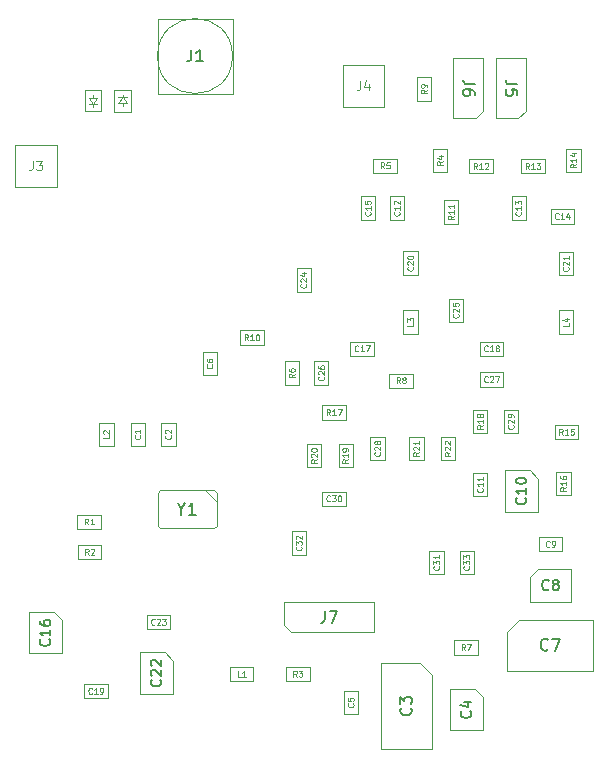
<source format=gbr>
G04 #@! TF.GenerationSoftware,KiCad,Pcbnew,5.0.1-33cea8e~68~ubuntu18.04.1*
G04 #@! TF.CreationDate,2018-11-04T18:35:12+03:00*
G04 #@! TF.ProjectId,AA-PI-Radio-Board,41412D50492D526164696F2D426F6172,rev?*
G04 #@! TF.SameCoordinates,Original*
G04 #@! TF.FileFunction,Other,Fab,Top*
%FSLAX46Y46*%
G04 Gerber Fmt 4.6, Leading zero omitted, Abs format (unit mm)*
G04 Created by KiCad (PCBNEW 5.0.1-33cea8e~68~ubuntu18.04.1) date Sun 04 Nov 2018 18:35:12 MSK*
%MOMM*%
%LPD*%
G01*
G04 APERTURE LIST*
%ADD10C,0.100000*%
%ADD11C,0.080000*%
%ADD12C,0.120000*%
%ADD13C,0.130000*%
%ADD14C,0.150000*%
G04 APERTURE END LIST*
D10*
G04 #@! TO.C,D1*
X111250000Y-83160000D02*
X111250000Y-82910000D01*
X111600000Y-83160000D02*
X111250000Y-83660000D01*
X110900000Y-83160000D02*
X111600000Y-83160000D01*
X111250000Y-83660000D02*
X110900000Y-83160000D01*
X111250000Y-83660000D02*
X111250000Y-83860000D01*
X110900000Y-83660000D02*
X111600000Y-83660000D01*
X111950000Y-84260000D02*
X110550000Y-84260000D01*
X111950000Y-82460000D02*
X111950000Y-84260000D01*
X110550000Y-82460000D02*
X111950000Y-82460000D01*
X110550000Y-84260000D02*
X110550000Y-82460000D01*
G04 #@! TO.C,R16*
X150500000Y-116750000D02*
X150500000Y-114750000D01*
X151700000Y-116750000D02*
X150500000Y-116750000D01*
X151700000Y-114750000D02*
X151700000Y-116750000D01*
X150500000Y-114750000D02*
X151700000Y-114750000D01*
G04 #@! TO.C,C9*
X149000000Y-121500000D02*
X149000000Y-120300000D01*
X149000000Y-120300000D02*
X151000000Y-120300000D01*
X151000000Y-120300000D02*
X151000000Y-121500000D01*
X151000000Y-121500000D02*
X149000000Y-121500000D01*
G04 #@! TO.C,J4*
X132395000Y-83855000D02*
X135905000Y-83855000D01*
X132395000Y-80345000D02*
X135905000Y-80345000D01*
X135905000Y-80345000D02*
X135905000Y-83855000D01*
X132395000Y-80345000D02*
X132395000Y-83855000D01*
G04 #@! TO.C,J3*
X104665000Y-87135000D02*
X104665000Y-90645000D01*
X108175000Y-87135000D02*
X108175000Y-90645000D01*
X104665000Y-87135000D02*
X108175000Y-87135000D01*
X104665000Y-90645000D02*
X108175000Y-90645000D01*
G04 #@! TO.C,C33*
X142300000Y-123450000D02*
X142300000Y-121450000D01*
X143500000Y-123450000D02*
X142300000Y-123450000D01*
X143500000Y-121450000D02*
X143500000Y-123450000D01*
X142300000Y-121450000D02*
X143500000Y-121450000D01*
G04 #@! TO.C,C32*
X128100000Y-119800000D02*
X129300000Y-119800000D01*
X129300000Y-119800000D02*
X129300000Y-121800000D01*
X129300000Y-121800000D02*
X128100000Y-121800000D01*
X128100000Y-121800000D02*
X128100000Y-119800000D01*
G04 #@! TO.C,C22*
X118050000Y-133550000D02*
X118050000Y-130750000D01*
X118050000Y-130750000D02*
X117350000Y-130050000D01*
X117350000Y-130050000D02*
X115250000Y-130050000D01*
X115250000Y-130050000D02*
X115250000Y-133550000D01*
X115250000Y-133550000D02*
X118050000Y-133550000D01*
G04 #@! TO.C,C16*
X105850000Y-130150000D02*
X108650000Y-130150000D01*
X105850000Y-126650000D02*
X105850000Y-130150000D01*
X107950000Y-126650000D02*
X105850000Y-126650000D01*
X108650000Y-127350000D02*
X107950000Y-126650000D01*
X108650000Y-130150000D02*
X108650000Y-127350000D01*
G04 #@! TO.C,C8*
X151750000Y-123000000D02*
X148950000Y-123000000D01*
X148950000Y-123000000D02*
X148250000Y-123700000D01*
X148250000Y-123700000D02*
X148250000Y-125800000D01*
X148250000Y-125800000D02*
X151750000Y-125800000D01*
X151750000Y-125800000D02*
X151750000Y-123000000D01*
G04 #@! TO.C,C4*
X141500000Y-136650000D02*
X144300000Y-136650000D01*
X141500000Y-133150000D02*
X141500000Y-136650000D01*
X143600000Y-133150000D02*
X141500000Y-133150000D01*
X144300000Y-133850000D02*
X143600000Y-133150000D01*
X144300000Y-136650000D02*
X144300000Y-133850000D01*
G04 #@! TO.C,C10*
X148950000Y-118150000D02*
X148950000Y-115350000D01*
X148950000Y-115350000D02*
X148250000Y-114650000D01*
X148250000Y-114650000D02*
X146150000Y-114650000D01*
X146150000Y-114650000D02*
X146150000Y-118150000D01*
X146150000Y-118150000D02*
X148950000Y-118150000D01*
G04 #@! TO.C,C7*
X153600000Y-127300000D02*
X147300000Y-127300000D01*
X147300000Y-127300000D02*
X146300000Y-128300000D01*
X146300000Y-128300000D02*
X146300000Y-131600000D01*
X146300000Y-131600000D02*
X153600000Y-131600000D01*
X153600000Y-131600000D02*
X153600000Y-127300000D01*
G04 #@! TO.C,C13*
X146700000Y-93450000D02*
X146700000Y-91450000D01*
X147900000Y-93450000D02*
X146700000Y-93450000D01*
X147900000Y-91450000D02*
X147900000Y-93450000D01*
X146700000Y-91450000D02*
X147900000Y-91450000D01*
G04 #@! TO.C,C5*
X132500000Y-133300000D02*
X133700000Y-133300000D01*
X133700000Y-133300000D02*
X133700000Y-135300000D01*
X133700000Y-135300000D02*
X132500000Y-135300000D01*
X132500000Y-135300000D02*
X132500000Y-133300000D01*
G04 #@! TO.C,C19*
X110500000Y-132750000D02*
X112500000Y-132750000D01*
X110500000Y-133950000D02*
X110500000Y-132750000D01*
X112500000Y-133950000D02*
X110500000Y-133950000D01*
X112500000Y-132750000D02*
X112500000Y-133950000D01*
G04 #@! TO.C,C29*
X146050000Y-109500000D02*
X147250000Y-109500000D01*
X147250000Y-109500000D02*
X147250000Y-111500000D01*
X147250000Y-111500000D02*
X146050000Y-111500000D01*
X146050000Y-111500000D02*
X146050000Y-109500000D01*
G04 #@! TO.C,C30*
X130650000Y-116450000D02*
X132650000Y-116450000D01*
X130650000Y-117650000D02*
X130650000Y-116450000D01*
X132650000Y-117650000D02*
X130650000Y-117650000D01*
X132650000Y-116450000D02*
X132650000Y-117650000D01*
G04 #@! TO.C,C31*
X140950000Y-123450000D02*
X139750000Y-123450000D01*
X139750000Y-123450000D02*
X139750000Y-121450000D01*
X139750000Y-121450000D02*
X140950000Y-121450000D01*
X140950000Y-121450000D02*
X140950000Y-123450000D01*
G04 #@! TO.C,L4*
X151900000Y-103100000D02*
X150700000Y-103100000D01*
X150700000Y-103100000D02*
X150700000Y-101100000D01*
X150700000Y-101100000D02*
X151900000Y-101100000D01*
X151900000Y-101100000D02*
X151900000Y-103100000D01*
G04 #@! TO.C,R21*
X138050000Y-113800000D02*
X138050000Y-111800000D01*
X139250000Y-113800000D02*
X138050000Y-113800000D01*
X139250000Y-111800000D02*
X139250000Y-113800000D01*
X138050000Y-111800000D02*
X139250000Y-111800000D01*
G04 #@! TO.C,R22*
X140700000Y-111800000D02*
X141900000Y-111800000D01*
X141900000Y-111800000D02*
X141900000Y-113800000D01*
X141900000Y-113800000D02*
X140700000Y-113800000D01*
X140700000Y-113800000D02*
X140700000Y-111800000D01*
G04 #@! TO.C,C1*
X115650000Y-110600000D02*
X115650000Y-112600000D01*
X114450000Y-110600000D02*
X115650000Y-110600000D01*
X114450000Y-112600000D02*
X114450000Y-110600000D01*
X115650000Y-112600000D02*
X114450000Y-112600000D01*
G04 #@! TO.C,C2*
X118250000Y-110600000D02*
X118250000Y-112600000D01*
X117050000Y-110600000D02*
X118250000Y-110600000D01*
X117050000Y-112600000D02*
X117050000Y-110600000D01*
X118250000Y-112600000D02*
X117050000Y-112600000D01*
G04 #@! TO.C,C3*
X139950000Y-138250000D02*
X139950000Y-131950000D01*
X139950000Y-131950000D02*
X138950000Y-130950000D01*
X138950000Y-130950000D02*
X135650000Y-130950000D01*
X135650000Y-130950000D02*
X135650000Y-138250000D01*
X135650000Y-138250000D02*
X139950000Y-138250000D01*
G04 #@! TO.C,C6*
X121750000Y-104600000D02*
X121750000Y-106600000D01*
X120550000Y-104600000D02*
X121750000Y-104600000D01*
X120550000Y-106600000D02*
X120550000Y-104600000D01*
X121750000Y-106600000D02*
X120550000Y-106600000D01*
G04 #@! TO.C,C11*
X143450000Y-114850000D02*
X144650000Y-114850000D01*
X144650000Y-114850000D02*
X144650000Y-116850000D01*
X144650000Y-116850000D02*
X143450000Y-116850000D01*
X143450000Y-116850000D02*
X143450000Y-114850000D01*
G04 #@! TO.C,C12*
X136400000Y-93450000D02*
X136400000Y-91450000D01*
X137600000Y-93450000D02*
X136400000Y-93450000D01*
X137600000Y-91450000D02*
X137600000Y-93450000D01*
X136400000Y-91450000D02*
X137600000Y-91450000D01*
G04 #@! TO.C,C14*
X150000000Y-92550000D02*
X152000000Y-92550000D01*
X150000000Y-93750000D02*
X150000000Y-92550000D01*
X152000000Y-93750000D02*
X150000000Y-93750000D01*
X152000000Y-92550000D02*
X152000000Y-93750000D01*
G04 #@! TO.C,C15*
X135150000Y-93450000D02*
X133950000Y-93450000D01*
X133950000Y-93450000D02*
X133950000Y-91450000D01*
X133950000Y-91450000D02*
X135150000Y-91450000D01*
X135150000Y-91450000D02*
X135150000Y-93450000D01*
G04 #@! TO.C,C17*
X135050000Y-104950000D02*
X133050000Y-104950000D01*
X135050000Y-103750000D02*
X135050000Y-104950000D01*
X133050000Y-103750000D02*
X135050000Y-103750000D01*
X133050000Y-104950000D02*
X133050000Y-103750000D01*
G04 #@! TO.C,C18*
X146000000Y-104950000D02*
X144000000Y-104950000D01*
X146000000Y-103750000D02*
X146000000Y-104950000D01*
X144000000Y-103750000D02*
X146000000Y-103750000D01*
X144000000Y-104950000D02*
X144000000Y-103750000D01*
G04 #@! TO.C,C20*
X138750000Y-98100000D02*
X137550000Y-98100000D01*
X137550000Y-98100000D02*
X137550000Y-96100000D01*
X137550000Y-96100000D02*
X138750000Y-96100000D01*
X138750000Y-96100000D02*
X138750000Y-98100000D01*
G04 #@! TO.C,C21*
X151900000Y-96125000D02*
X151900000Y-98125000D01*
X150700000Y-96125000D02*
X151900000Y-96125000D01*
X150700000Y-98125000D02*
X150700000Y-96125000D01*
X151900000Y-98125000D02*
X150700000Y-98125000D01*
G04 #@! TO.C,C23*
X115800000Y-128100000D02*
X115800000Y-126900000D01*
X115800000Y-126900000D02*
X117800000Y-126900000D01*
X117800000Y-126900000D02*
X117800000Y-128100000D01*
X117800000Y-128100000D02*
X115800000Y-128100000D01*
G04 #@! TO.C,C24*
X128500000Y-97550000D02*
X129700000Y-97550000D01*
X129700000Y-97550000D02*
X129700000Y-99550000D01*
X129700000Y-99550000D02*
X128500000Y-99550000D01*
X128500000Y-99550000D02*
X128500000Y-97550000D01*
G04 #@! TO.C,C25*
X142600000Y-100100000D02*
X142600000Y-102100000D01*
X141400000Y-100100000D02*
X142600000Y-100100000D01*
X141400000Y-102100000D02*
X141400000Y-100100000D01*
X142600000Y-102100000D02*
X141400000Y-102100000D01*
G04 #@! TO.C,C26*
X130000000Y-107400000D02*
X130000000Y-105400000D01*
X131200000Y-107400000D02*
X130000000Y-107400000D01*
X131200000Y-105400000D02*
X131200000Y-107400000D01*
X130000000Y-105400000D02*
X131200000Y-105400000D01*
G04 #@! TO.C,C27*
X146000000Y-106350000D02*
X146000000Y-107550000D01*
X146000000Y-107550000D02*
X144000000Y-107550000D01*
X144000000Y-107550000D02*
X144000000Y-106350000D01*
X144000000Y-106350000D02*
X146000000Y-106350000D01*
G04 #@! TO.C,C28*
X134750000Y-111800000D02*
X135950000Y-111800000D01*
X135950000Y-111800000D02*
X135950000Y-113800000D01*
X135950000Y-113800000D02*
X134750000Y-113800000D01*
X134750000Y-113800000D02*
X134750000Y-111800000D01*
G04 #@! TO.C,D2*
X114470000Y-82470000D02*
X114470000Y-84270000D01*
X114470000Y-84270000D02*
X113070000Y-84270000D01*
X113070000Y-84270000D02*
X113070000Y-82470000D01*
X113070000Y-82470000D02*
X114470000Y-82470000D01*
X114120000Y-83070000D02*
X113420000Y-83070000D01*
X113770000Y-83070000D02*
X113770000Y-82870000D01*
X113770000Y-83070000D02*
X114120000Y-83570000D01*
X114120000Y-83570000D02*
X113420000Y-83570000D01*
X113420000Y-83570000D02*
X113770000Y-83070000D01*
X113770000Y-83570000D02*
X113770000Y-83820000D01*
G04 #@! TO.C,J1*
X123075000Y-79570000D02*
G75*
G03X123075000Y-79570000I-3175000J0D01*
G01*
X116725000Y-76395000D02*
X123075000Y-76395000D01*
X116725000Y-76395000D02*
X116725000Y-82745000D01*
X116725000Y-82745000D02*
X123075000Y-82745000D01*
X123075000Y-76395000D02*
X123075000Y-82745000D01*
G04 #@! TO.C,J5*
X147285000Y-84820000D02*
X145380000Y-84820000D01*
X145380000Y-84820000D02*
X145380000Y-79740000D01*
X145380000Y-79740000D02*
X147920000Y-79740000D01*
X147920000Y-79740000D02*
X147920000Y-84185000D01*
X147920000Y-84185000D02*
X147285000Y-84820000D01*
G04 #@! TO.C,J6*
X144320000Y-84185000D02*
X143685000Y-84820000D01*
X144320000Y-79740000D02*
X144320000Y-84185000D01*
X141780000Y-79740000D02*
X144320000Y-79740000D01*
X141780000Y-84820000D02*
X141780000Y-79740000D01*
X143685000Y-84820000D02*
X141780000Y-84820000D01*
G04 #@! TO.C,J7*
X127430000Y-127735000D02*
X127430000Y-125830000D01*
X127430000Y-125830000D02*
X135050000Y-125830000D01*
X135050000Y-125830000D02*
X135050000Y-128370000D01*
X135050000Y-128370000D02*
X128065000Y-128370000D01*
X128065000Y-128370000D02*
X127430000Y-127735000D01*
G04 #@! TO.C,L1*
X122850000Y-132500000D02*
X122850000Y-131300000D01*
X122850000Y-131300000D02*
X124850000Y-131300000D01*
X124850000Y-131300000D02*
X124850000Y-132500000D01*
X124850000Y-132500000D02*
X122850000Y-132500000D01*
G04 #@! TO.C,L2*
X111800000Y-110600000D02*
X113000000Y-110600000D01*
X113000000Y-110600000D02*
X113000000Y-112600000D01*
X113000000Y-112600000D02*
X111800000Y-112600000D01*
X111800000Y-112600000D02*
X111800000Y-110600000D01*
G04 #@! TO.C,L3*
X138750000Y-101100000D02*
X138750000Y-103100000D01*
X137550000Y-101100000D02*
X138750000Y-101100000D01*
X137550000Y-103100000D02*
X137550000Y-101100000D01*
X138750000Y-103100000D02*
X137550000Y-103100000D01*
G04 #@! TO.C,R1*
X109950000Y-118400000D02*
X111950000Y-118400000D01*
X109950000Y-119600000D02*
X109950000Y-118400000D01*
X111950000Y-119600000D02*
X109950000Y-119600000D01*
X111950000Y-118400000D02*
X111950000Y-119600000D01*
G04 #@! TO.C,R2*
X111975000Y-120950000D02*
X111975000Y-122150000D01*
X111975000Y-122150000D02*
X109975000Y-122150000D01*
X109975000Y-122150000D02*
X109975000Y-120950000D01*
X109975000Y-120950000D02*
X111975000Y-120950000D01*
G04 #@! TO.C,R3*
X127600000Y-132500000D02*
X127600000Y-131300000D01*
X127600000Y-131300000D02*
X129600000Y-131300000D01*
X129600000Y-131300000D02*
X129600000Y-132500000D01*
X129600000Y-132500000D02*
X127600000Y-132500000D01*
G04 #@! TO.C,R4*
X141250000Y-89400000D02*
X140050000Y-89400000D01*
X140050000Y-89400000D02*
X140050000Y-87400000D01*
X140050000Y-87400000D02*
X141250000Y-87400000D01*
X141250000Y-87400000D02*
X141250000Y-89400000D01*
G04 #@! TO.C,R5*
X135000000Y-88250000D02*
X137000000Y-88250000D01*
X135000000Y-89450000D02*
X135000000Y-88250000D01*
X137000000Y-89450000D02*
X135000000Y-89450000D01*
X137000000Y-88250000D02*
X137000000Y-89450000D01*
G04 #@! TO.C,R6*
X127500000Y-105400000D02*
X128700000Y-105400000D01*
X128700000Y-105400000D02*
X128700000Y-107400000D01*
X128700000Y-107400000D02*
X127500000Y-107400000D01*
X127500000Y-107400000D02*
X127500000Y-105400000D01*
G04 #@! TO.C,R7*
X143850000Y-130250000D02*
X141850000Y-130250000D01*
X143850000Y-129050000D02*
X143850000Y-130250000D01*
X141850000Y-129050000D02*
X143850000Y-129050000D01*
X141850000Y-130250000D02*
X141850000Y-129050000D01*
G04 #@! TO.C,R8*
X136350000Y-107650000D02*
X136350000Y-106450000D01*
X136350000Y-106450000D02*
X138350000Y-106450000D01*
X138350000Y-106450000D02*
X138350000Y-107650000D01*
X138350000Y-107650000D02*
X136350000Y-107650000D01*
G04 #@! TO.C,R9*
X138700000Y-83350000D02*
X138700000Y-81350000D01*
X139900000Y-83350000D02*
X138700000Y-83350000D01*
X139900000Y-81350000D02*
X139900000Y-83350000D01*
X138700000Y-81350000D02*
X139900000Y-81350000D01*
G04 #@! TO.C,R10*
X125700000Y-104000000D02*
X123700000Y-104000000D01*
X125700000Y-102800000D02*
X125700000Y-104000000D01*
X123700000Y-102800000D02*
X125700000Y-102800000D01*
X123700000Y-104000000D02*
X123700000Y-102800000D01*
G04 #@! TO.C,R11*
X142200000Y-93775000D02*
X141000000Y-93775000D01*
X141000000Y-93775000D02*
X141000000Y-91775000D01*
X141000000Y-91775000D02*
X142200000Y-91775000D01*
X142200000Y-91775000D02*
X142200000Y-93775000D01*
G04 #@! TO.C,R12*
X145100000Y-89500000D02*
X143100000Y-89500000D01*
X145100000Y-88300000D02*
X145100000Y-89500000D01*
X143100000Y-88300000D02*
X145100000Y-88300000D01*
X143100000Y-89500000D02*
X143100000Y-88300000D01*
G04 #@! TO.C,R13*
X147500000Y-89500000D02*
X147500000Y-88300000D01*
X147500000Y-88300000D02*
X149500000Y-88300000D01*
X149500000Y-88300000D02*
X149500000Y-89500000D01*
X149500000Y-89500000D02*
X147500000Y-89500000D01*
G04 #@! TO.C,R14*
X151350000Y-89400000D02*
X151350000Y-87400000D01*
X152550000Y-89400000D02*
X151350000Y-89400000D01*
X152550000Y-87400000D02*
X152550000Y-89400000D01*
X151350000Y-87400000D02*
X152550000Y-87400000D01*
G04 #@! TO.C,R15*
X152350000Y-110800000D02*
X152350000Y-112000000D01*
X152350000Y-112000000D02*
X150350000Y-112000000D01*
X150350000Y-112000000D02*
X150350000Y-110800000D01*
X150350000Y-110800000D02*
X152350000Y-110800000D01*
G04 #@! TO.C,R17*
X130650000Y-110350000D02*
X130650000Y-109150000D01*
X130650000Y-109150000D02*
X132650000Y-109150000D01*
X132650000Y-109150000D02*
X132650000Y-110350000D01*
X132650000Y-110350000D02*
X130650000Y-110350000D01*
G04 #@! TO.C,R18*
X143450000Y-111500000D02*
X143450000Y-109500000D01*
X144650000Y-111500000D02*
X143450000Y-111500000D01*
X144650000Y-109500000D02*
X144650000Y-111500000D01*
X143450000Y-109500000D02*
X144650000Y-109500000D01*
G04 #@! TO.C,R19*
X132050000Y-112400000D02*
X133250000Y-112400000D01*
X133250000Y-112400000D02*
X133250000Y-114400000D01*
X133250000Y-114400000D02*
X132050000Y-114400000D01*
X132050000Y-114400000D02*
X132050000Y-112400000D01*
G04 #@! TO.C,R20*
X129400000Y-114400000D02*
X129400000Y-112400000D01*
X130600000Y-114400000D02*
X129400000Y-114400000D01*
X130600000Y-112400000D02*
X130600000Y-114400000D01*
X129400000Y-112400000D02*
X130600000Y-112400000D01*
G04 #@! TO.C,Y1*
X121530000Y-119540000D02*
X116930000Y-119540000D01*
X116930000Y-119540000D02*
X116730000Y-119340000D01*
X116730000Y-119340000D02*
X116730000Y-116540000D01*
X116730000Y-116540000D02*
X116930000Y-116340000D01*
X116930000Y-116340000D02*
X121530000Y-116340000D01*
X121530000Y-116340000D02*
X121730000Y-116540000D01*
X121730000Y-116540000D02*
X121730000Y-119340000D01*
X121730000Y-119340000D02*
X121530000Y-119540000D01*
X121730000Y-117340000D02*
X120730000Y-116340000D01*
G04 #@! TD*
G04 #@! TO.C,R16*
D11*
X151326190Y-116071428D02*
X151088095Y-116238095D01*
X151326190Y-116357142D02*
X150826190Y-116357142D01*
X150826190Y-116166666D01*
X150850000Y-116119047D01*
X150873809Y-116095238D01*
X150921428Y-116071428D01*
X150992857Y-116071428D01*
X151040476Y-116095238D01*
X151064285Y-116119047D01*
X151088095Y-116166666D01*
X151088095Y-116357142D01*
X151326190Y-115595238D02*
X151326190Y-115880952D01*
X151326190Y-115738095D02*
X150826190Y-115738095D01*
X150897619Y-115785714D01*
X150945238Y-115833333D01*
X150969047Y-115880952D01*
X150826190Y-115166666D02*
X150826190Y-115261904D01*
X150850000Y-115309523D01*
X150873809Y-115333333D01*
X150945238Y-115380952D01*
X151040476Y-115404761D01*
X151230952Y-115404761D01*
X151278571Y-115380952D01*
X151302380Y-115357142D01*
X151326190Y-115309523D01*
X151326190Y-115214285D01*
X151302380Y-115166666D01*
X151278571Y-115142857D01*
X151230952Y-115119047D01*
X151111904Y-115119047D01*
X151064285Y-115142857D01*
X151040476Y-115166666D01*
X151016666Y-115214285D01*
X151016666Y-115309523D01*
X151040476Y-115357142D01*
X151064285Y-115380952D01*
X151111904Y-115404761D01*
G04 #@! TO.C,C9*
X149916666Y-121078571D02*
X149892857Y-121102380D01*
X149821428Y-121126190D01*
X149773809Y-121126190D01*
X149702380Y-121102380D01*
X149654761Y-121054761D01*
X149630952Y-121007142D01*
X149607142Y-120911904D01*
X149607142Y-120840476D01*
X149630952Y-120745238D01*
X149654761Y-120697619D01*
X149702380Y-120650000D01*
X149773809Y-120626190D01*
X149821428Y-120626190D01*
X149892857Y-120650000D01*
X149916666Y-120673809D01*
X150154761Y-121126190D02*
X150250000Y-121126190D01*
X150297619Y-121102380D01*
X150321428Y-121078571D01*
X150369047Y-121007142D01*
X150392857Y-120911904D01*
X150392857Y-120721428D01*
X150369047Y-120673809D01*
X150345238Y-120650000D01*
X150297619Y-120626190D01*
X150202380Y-120626190D01*
X150154761Y-120650000D01*
X150130952Y-120673809D01*
X150107142Y-120721428D01*
X150107142Y-120840476D01*
X150130952Y-120888095D01*
X150154761Y-120911904D01*
X150202380Y-120935714D01*
X150297619Y-120935714D01*
X150345238Y-120911904D01*
X150369047Y-120888095D01*
X150392857Y-120840476D01*
G04 #@! TO.C,J4*
D12*
X133883333Y-81661904D02*
X133883333Y-82233333D01*
X133845238Y-82347619D01*
X133769047Y-82423809D01*
X133654761Y-82461904D01*
X133578571Y-82461904D01*
X134607142Y-81928571D02*
X134607142Y-82461904D01*
X134416666Y-81623809D02*
X134226190Y-82195238D01*
X134721428Y-82195238D01*
G04 #@! TO.C,J3*
X106153333Y-88451904D02*
X106153333Y-89023333D01*
X106115238Y-89137619D01*
X106039047Y-89213809D01*
X105924761Y-89251904D01*
X105848571Y-89251904D01*
X106458095Y-88451904D02*
X106953333Y-88451904D01*
X106686666Y-88756666D01*
X106800952Y-88756666D01*
X106877142Y-88794761D01*
X106915238Y-88832857D01*
X106953333Y-88909047D01*
X106953333Y-89099523D01*
X106915238Y-89175714D01*
X106877142Y-89213809D01*
X106800952Y-89251904D01*
X106572380Y-89251904D01*
X106496190Y-89213809D01*
X106458095Y-89175714D01*
G04 #@! TO.C,C33*
D11*
X143078571Y-122771428D02*
X143102380Y-122795238D01*
X143126190Y-122866666D01*
X143126190Y-122914285D01*
X143102380Y-122985714D01*
X143054761Y-123033333D01*
X143007142Y-123057142D01*
X142911904Y-123080952D01*
X142840476Y-123080952D01*
X142745238Y-123057142D01*
X142697619Y-123033333D01*
X142650000Y-122985714D01*
X142626190Y-122914285D01*
X142626190Y-122866666D01*
X142650000Y-122795238D01*
X142673809Y-122771428D01*
X142626190Y-122604761D02*
X142626190Y-122295238D01*
X142816666Y-122461904D01*
X142816666Y-122390476D01*
X142840476Y-122342857D01*
X142864285Y-122319047D01*
X142911904Y-122295238D01*
X143030952Y-122295238D01*
X143078571Y-122319047D01*
X143102380Y-122342857D01*
X143126190Y-122390476D01*
X143126190Y-122533333D01*
X143102380Y-122580952D01*
X143078571Y-122604761D01*
X142626190Y-122128571D02*
X142626190Y-121819047D01*
X142816666Y-121985714D01*
X142816666Y-121914285D01*
X142840476Y-121866666D01*
X142864285Y-121842857D01*
X142911904Y-121819047D01*
X143030952Y-121819047D01*
X143078571Y-121842857D01*
X143102380Y-121866666D01*
X143126190Y-121914285D01*
X143126190Y-122057142D01*
X143102380Y-122104761D01*
X143078571Y-122128571D01*
G04 #@! TO.C,C32*
X128878571Y-121121428D02*
X128902380Y-121145238D01*
X128926190Y-121216666D01*
X128926190Y-121264285D01*
X128902380Y-121335714D01*
X128854761Y-121383333D01*
X128807142Y-121407142D01*
X128711904Y-121430952D01*
X128640476Y-121430952D01*
X128545238Y-121407142D01*
X128497619Y-121383333D01*
X128450000Y-121335714D01*
X128426190Y-121264285D01*
X128426190Y-121216666D01*
X128450000Y-121145238D01*
X128473809Y-121121428D01*
X128426190Y-120954761D02*
X128426190Y-120645238D01*
X128616666Y-120811904D01*
X128616666Y-120740476D01*
X128640476Y-120692857D01*
X128664285Y-120669047D01*
X128711904Y-120645238D01*
X128830952Y-120645238D01*
X128878571Y-120669047D01*
X128902380Y-120692857D01*
X128926190Y-120740476D01*
X128926190Y-120883333D01*
X128902380Y-120930952D01*
X128878571Y-120954761D01*
X128473809Y-120454761D02*
X128450000Y-120430952D01*
X128426190Y-120383333D01*
X128426190Y-120264285D01*
X128450000Y-120216666D01*
X128473809Y-120192857D01*
X128521428Y-120169047D01*
X128569047Y-120169047D01*
X128640476Y-120192857D01*
X128926190Y-120478571D01*
X128926190Y-120169047D01*
G04 #@! TO.C,C22*
D13*
X116964285Y-132365714D02*
X117006190Y-132407619D01*
X117048095Y-132533333D01*
X117048095Y-132617142D01*
X117006190Y-132742857D01*
X116922380Y-132826666D01*
X116838571Y-132868571D01*
X116670952Y-132910476D01*
X116545238Y-132910476D01*
X116377619Y-132868571D01*
X116293809Y-132826666D01*
X116210000Y-132742857D01*
X116168095Y-132617142D01*
X116168095Y-132533333D01*
X116210000Y-132407619D01*
X116251904Y-132365714D01*
X116251904Y-132030476D02*
X116210000Y-131988571D01*
X116168095Y-131904761D01*
X116168095Y-131695238D01*
X116210000Y-131611428D01*
X116251904Y-131569523D01*
X116335714Y-131527619D01*
X116419523Y-131527619D01*
X116545238Y-131569523D01*
X117048095Y-132072380D01*
X117048095Y-131527619D01*
X116251904Y-131192380D02*
X116210000Y-131150476D01*
X116168095Y-131066666D01*
X116168095Y-130857142D01*
X116210000Y-130773333D01*
X116251904Y-130731428D01*
X116335714Y-130689523D01*
X116419523Y-130689523D01*
X116545238Y-130731428D01*
X117048095Y-131234285D01*
X117048095Y-130689523D01*
G04 #@! TO.C,C16*
X107564285Y-128965714D02*
X107606190Y-129007619D01*
X107648095Y-129133333D01*
X107648095Y-129217142D01*
X107606190Y-129342857D01*
X107522380Y-129426666D01*
X107438571Y-129468571D01*
X107270952Y-129510476D01*
X107145238Y-129510476D01*
X106977619Y-129468571D01*
X106893809Y-129426666D01*
X106810000Y-129342857D01*
X106768095Y-129217142D01*
X106768095Y-129133333D01*
X106810000Y-129007619D01*
X106851904Y-128965714D01*
X107648095Y-128127619D02*
X107648095Y-128630476D01*
X107648095Y-128379047D02*
X106768095Y-128379047D01*
X106893809Y-128462857D01*
X106977619Y-128546666D01*
X107019523Y-128630476D01*
X106768095Y-127373333D02*
X106768095Y-127540952D01*
X106810000Y-127624761D01*
X106851904Y-127666666D01*
X106977619Y-127750476D01*
X107145238Y-127792380D01*
X107480476Y-127792380D01*
X107564285Y-127750476D01*
X107606190Y-127708571D01*
X107648095Y-127624761D01*
X107648095Y-127457142D01*
X107606190Y-127373333D01*
X107564285Y-127331428D01*
X107480476Y-127289523D01*
X107270952Y-127289523D01*
X107187142Y-127331428D01*
X107145238Y-127373333D01*
X107103333Y-127457142D01*
X107103333Y-127624761D01*
X107145238Y-127708571D01*
X107187142Y-127750476D01*
X107270952Y-127792380D01*
G04 #@! TO.C,C8*
X149853333Y-124714285D02*
X149811428Y-124756190D01*
X149685714Y-124798095D01*
X149601904Y-124798095D01*
X149476190Y-124756190D01*
X149392380Y-124672380D01*
X149350476Y-124588571D01*
X149308571Y-124420952D01*
X149308571Y-124295238D01*
X149350476Y-124127619D01*
X149392380Y-124043809D01*
X149476190Y-123960000D01*
X149601904Y-123918095D01*
X149685714Y-123918095D01*
X149811428Y-123960000D01*
X149853333Y-124001904D01*
X150356190Y-124295238D02*
X150272380Y-124253333D01*
X150230476Y-124211428D01*
X150188571Y-124127619D01*
X150188571Y-124085714D01*
X150230476Y-124001904D01*
X150272380Y-123960000D01*
X150356190Y-123918095D01*
X150523809Y-123918095D01*
X150607619Y-123960000D01*
X150649523Y-124001904D01*
X150691428Y-124085714D01*
X150691428Y-124127619D01*
X150649523Y-124211428D01*
X150607619Y-124253333D01*
X150523809Y-124295238D01*
X150356190Y-124295238D01*
X150272380Y-124337142D01*
X150230476Y-124379047D01*
X150188571Y-124462857D01*
X150188571Y-124630476D01*
X150230476Y-124714285D01*
X150272380Y-124756190D01*
X150356190Y-124798095D01*
X150523809Y-124798095D01*
X150607619Y-124756190D01*
X150649523Y-124714285D01*
X150691428Y-124630476D01*
X150691428Y-124462857D01*
X150649523Y-124379047D01*
X150607619Y-124337142D01*
X150523809Y-124295238D01*
G04 #@! TO.C,C4*
X143214285Y-135046666D02*
X143256190Y-135088571D01*
X143298095Y-135214285D01*
X143298095Y-135298095D01*
X143256190Y-135423809D01*
X143172380Y-135507619D01*
X143088571Y-135549523D01*
X142920952Y-135591428D01*
X142795238Y-135591428D01*
X142627619Y-135549523D01*
X142543809Y-135507619D01*
X142460000Y-135423809D01*
X142418095Y-135298095D01*
X142418095Y-135214285D01*
X142460000Y-135088571D01*
X142501904Y-135046666D01*
X142711428Y-134292380D02*
X143298095Y-134292380D01*
X142376190Y-134501904D02*
X143004761Y-134711428D01*
X143004761Y-134166666D01*
G04 #@! TO.C,C10*
X147864285Y-116965714D02*
X147906190Y-117007619D01*
X147948095Y-117133333D01*
X147948095Y-117217142D01*
X147906190Y-117342857D01*
X147822380Y-117426666D01*
X147738571Y-117468571D01*
X147570952Y-117510476D01*
X147445238Y-117510476D01*
X147277619Y-117468571D01*
X147193809Y-117426666D01*
X147110000Y-117342857D01*
X147068095Y-117217142D01*
X147068095Y-117133333D01*
X147110000Y-117007619D01*
X147151904Y-116965714D01*
X147948095Y-116127619D02*
X147948095Y-116630476D01*
X147948095Y-116379047D02*
X147068095Y-116379047D01*
X147193809Y-116462857D01*
X147277619Y-116546666D01*
X147319523Y-116630476D01*
X147068095Y-115582857D02*
X147068095Y-115499047D01*
X147110000Y-115415238D01*
X147151904Y-115373333D01*
X147235714Y-115331428D01*
X147403333Y-115289523D01*
X147612857Y-115289523D01*
X147780476Y-115331428D01*
X147864285Y-115373333D01*
X147906190Y-115415238D01*
X147948095Y-115499047D01*
X147948095Y-115582857D01*
X147906190Y-115666666D01*
X147864285Y-115708571D01*
X147780476Y-115750476D01*
X147612857Y-115792380D01*
X147403333Y-115792380D01*
X147235714Y-115750476D01*
X147151904Y-115708571D01*
X147110000Y-115666666D01*
X147068095Y-115582857D01*
G04 #@! TO.C,C7*
D14*
X149783333Y-129807142D02*
X149735714Y-129854761D01*
X149592857Y-129902380D01*
X149497619Y-129902380D01*
X149354761Y-129854761D01*
X149259523Y-129759523D01*
X149211904Y-129664285D01*
X149164285Y-129473809D01*
X149164285Y-129330952D01*
X149211904Y-129140476D01*
X149259523Y-129045238D01*
X149354761Y-128950000D01*
X149497619Y-128902380D01*
X149592857Y-128902380D01*
X149735714Y-128950000D01*
X149783333Y-128997619D01*
X150116666Y-128902380D02*
X150783333Y-128902380D01*
X150354761Y-129902380D01*
G04 #@! TO.C,C13*
D11*
X147478571Y-92771428D02*
X147502380Y-92795238D01*
X147526190Y-92866666D01*
X147526190Y-92914285D01*
X147502380Y-92985714D01*
X147454761Y-93033333D01*
X147407142Y-93057142D01*
X147311904Y-93080952D01*
X147240476Y-93080952D01*
X147145238Y-93057142D01*
X147097619Y-93033333D01*
X147050000Y-92985714D01*
X147026190Y-92914285D01*
X147026190Y-92866666D01*
X147050000Y-92795238D01*
X147073809Y-92771428D01*
X147526190Y-92295238D02*
X147526190Y-92580952D01*
X147526190Y-92438095D02*
X147026190Y-92438095D01*
X147097619Y-92485714D01*
X147145238Y-92533333D01*
X147169047Y-92580952D01*
X147026190Y-92128571D02*
X147026190Y-91819047D01*
X147216666Y-91985714D01*
X147216666Y-91914285D01*
X147240476Y-91866666D01*
X147264285Y-91842857D01*
X147311904Y-91819047D01*
X147430952Y-91819047D01*
X147478571Y-91842857D01*
X147502380Y-91866666D01*
X147526190Y-91914285D01*
X147526190Y-92057142D01*
X147502380Y-92104761D01*
X147478571Y-92128571D01*
G04 #@! TO.C,C5*
X133278571Y-134383333D02*
X133302380Y-134407142D01*
X133326190Y-134478571D01*
X133326190Y-134526190D01*
X133302380Y-134597619D01*
X133254761Y-134645238D01*
X133207142Y-134669047D01*
X133111904Y-134692857D01*
X133040476Y-134692857D01*
X132945238Y-134669047D01*
X132897619Y-134645238D01*
X132850000Y-134597619D01*
X132826190Y-134526190D01*
X132826190Y-134478571D01*
X132850000Y-134407142D01*
X132873809Y-134383333D01*
X132826190Y-133930952D02*
X132826190Y-134169047D01*
X133064285Y-134192857D01*
X133040476Y-134169047D01*
X133016666Y-134121428D01*
X133016666Y-134002380D01*
X133040476Y-133954761D01*
X133064285Y-133930952D01*
X133111904Y-133907142D01*
X133230952Y-133907142D01*
X133278571Y-133930952D01*
X133302380Y-133954761D01*
X133326190Y-134002380D01*
X133326190Y-134121428D01*
X133302380Y-134169047D01*
X133278571Y-134192857D01*
G04 #@! TO.C,C19*
X111178571Y-133528571D02*
X111154761Y-133552380D01*
X111083333Y-133576190D01*
X111035714Y-133576190D01*
X110964285Y-133552380D01*
X110916666Y-133504761D01*
X110892857Y-133457142D01*
X110869047Y-133361904D01*
X110869047Y-133290476D01*
X110892857Y-133195238D01*
X110916666Y-133147619D01*
X110964285Y-133100000D01*
X111035714Y-133076190D01*
X111083333Y-133076190D01*
X111154761Y-133100000D01*
X111178571Y-133123809D01*
X111654761Y-133576190D02*
X111369047Y-133576190D01*
X111511904Y-133576190D02*
X111511904Y-133076190D01*
X111464285Y-133147619D01*
X111416666Y-133195238D01*
X111369047Y-133219047D01*
X111892857Y-133576190D02*
X111988095Y-133576190D01*
X112035714Y-133552380D01*
X112059523Y-133528571D01*
X112107142Y-133457142D01*
X112130952Y-133361904D01*
X112130952Y-133171428D01*
X112107142Y-133123809D01*
X112083333Y-133100000D01*
X112035714Y-133076190D01*
X111940476Y-133076190D01*
X111892857Y-133100000D01*
X111869047Y-133123809D01*
X111845238Y-133171428D01*
X111845238Y-133290476D01*
X111869047Y-133338095D01*
X111892857Y-133361904D01*
X111940476Y-133385714D01*
X112035714Y-133385714D01*
X112083333Y-133361904D01*
X112107142Y-133338095D01*
X112130952Y-133290476D01*
G04 #@! TO.C,C29*
X146828571Y-110821428D02*
X146852380Y-110845238D01*
X146876190Y-110916666D01*
X146876190Y-110964285D01*
X146852380Y-111035714D01*
X146804761Y-111083333D01*
X146757142Y-111107142D01*
X146661904Y-111130952D01*
X146590476Y-111130952D01*
X146495238Y-111107142D01*
X146447619Y-111083333D01*
X146400000Y-111035714D01*
X146376190Y-110964285D01*
X146376190Y-110916666D01*
X146400000Y-110845238D01*
X146423809Y-110821428D01*
X146423809Y-110630952D02*
X146400000Y-110607142D01*
X146376190Y-110559523D01*
X146376190Y-110440476D01*
X146400000Y-110392857D01*
X146423809Y-110369047D01*
X146471428Y-110345238D01*
X146519047Y-110345238D01*
X146590476Y-110369047D01*
X146876190Y-110654761D01*
X146876190Y-110345238D01*
X146876190Y-110107142D02*
X146876190Y-110011904D01*
X146852380Y-109964285D01*
X146828571Y-109940476D01*
X146757142Y-109892857D01*
X146661904Y-109869047D01*
X146471428Y-109869047D01*
X146423809Y-109892857D01*
X146400000Y-109916666D01*
X146376190Y-109964285D01*
X146376190Y-110059523D01*
X146400000Y-110107142D01*
X146423809Y-110130952D01*
X146471428Y-110154761D01*
X146590476Y-110154761D01*
X146638095Y-110130952D01*
X146661904Y-110107142D01*
X146685714Y-110059523D01*
X146685714Y-109964285D01*
X146661904Y-109916666D01*
X146638095Y-109892857D01*
X146590476Y-109869047D01*
G04 #@! TO.C,C30*
X131328571Y-117228571D02*
X131304761Y-117252380D01*
X131233333Y-117276190D01*
X131185714Y-117276190D01*
X131114285Y-117252380D01*
X131066666Y-117204761D01*
X131042857Y-117157142D01*
X131019047Y-117061904D01*
X131019047Y-116990476D01*
X131042857Y-116895238D01*
X131066666Y-116847619D01*
X131114285Y-116800000D01*
X131185714Y-116776190D01*
X131233333Y-116776190D01*
X131304761Y-116800000D01*
X131328571Y-116823809D01*
X131495238Y-116776190D02*
X131804761Y-116776190D01*
X131638095Y-116966666D01*
X131709523Y-116966666D01*
X131757142Y-116990476D01*
X131780952Y-117014285D01*
X131804761Y-117061904D01*
X131804761Y-117180952D01*
X131780952Y-117228571D01*
X131757142Y-117252380D01*
X131709523Y-117276190D01*
X131566666Y-117276190D01*
X131519047Y-117252380D01*
X131495238Y-117228571D01*
X132114285Y-116776190D02*
X132161904Y-116776190D01*
X132209523Y-116800000D01*
X132233333Y-116823809D01*
X132257142Y-116871428D01*
X132280952Y-116966666D01*
X132280952Y-117085714D01*
X132257142Y-117180952D01*
X132233333Y-117228571D01*
X132209523Y-117252380D01*
X132161904Y-117276190D01*
X132114285Y-117276190D01*
X132066666Y-117252380D01*
X132042857Y-117228571D01*
X132019047Y-117180952D01*
X131995238Y-117085714D01*
X131995238Y-116966666D01*
X132019047Y-116871428D01*
X132042857Y-116823809D01*
X132066666Y-116800000D01*
X132114285Y-116776190D01*
G04 #@! TO.C,C31*
X140528571Y-122771428D02*
X140552380Y-122795238D01*
X140576190Y-122866666D01*
X140576190Y-122914285D01*
X140552380Y-122985714D01*
X140504761Y-123033333D01*
X140457142Y-123057142D01*
X140361904Y-123080952D01*
X140290476Y-123080952D01*
X140195238Y-123057142D01*
X140147619Y-123033333D01*
X140100000Y-122985714D01*
X140076190Y-122914285D01*
X140076190Y-122866666D01*
X140100000Y-122795238D01*
X140123809Y-122771428D01*
X140076190Y-122604761D02*
X140076190Y-122295238D01*
X140266666Y-122461904D01*
X140266666Y-122390476D01*
X140290476Y-122342857D01*
X140314285Y-122319047D01*
X140361904Y-122295238D01*
X140480952Y-122295238D01*
X140528571Y-122319047D01*
X140552380Y-122342857D01*
X140576190Y-122390476D01*
X140576190Y-122533333D01*
X140552380Y-122580952D01*
X140528571Y-122604761D01*
X140576190Y-121819047D02*
X140576190Y-122104761D01*
X140576190Y-121961904D02*
X140076190Y-121961904D01*
X140147619Y-122009523D01*
X140195238Y-122057142D01*
X140219047Y-122104761D01*
G04 #@! TO.C,L4*
X151526190Y-102183333D02*
X151526190Y-102421428D01*
X151026190Y-102421428D01*
X151192857Y-101802380D02*
X151526190Y-101802380D01*
X151002380Y-101921428D02*
X151359523Y-102040476D01*
X151359523Y-101730952D01*
G04 #@! TO.C,R21*
X138876190Y-113121428D02*
X138638095Y-113288095D01*
X138876190Y-113407142D02*
X138376190Y-113407142D01*
X138376190Y-113216666D01*
X138400000Y-113169047D01*
X138423809Y-113145238D01*
X138471428Y-113121428D01*
X138542857Y-113121428D01*
X138590476Y-113145238D01*
X138614285Y-113169047D01*
X138638095Y-113216666D01*
X138638095Y-113407142D01*
X138423809Y-112930952D02*
X138400000Y-112907142D01*
X138376190Y-112859523D01*
X138376190Y-112740476D01*
X138400000Y-112692857D01*
X138423809Y-112669047D01*
X138471428Y-112645238D01*
X138519047Y-112645238D01*
X138590476Y-112669047D01*
X138876190Y-112954761D01*
X138876190Y-112645238D01*
X138876190Y-112169047D02*
X138876190Y-112454761D01*
X138876190Y-112311904D02*
X138376190Y-112311904D01*
X138447619Y-112359523D01*
X138495238Y-112407142D01*
X138519047Y-112454761D01*
G04 #@! TO.C,R22*
X141526190Y-113121428D02*
X141288095Y-113288095D01*
X141526190Y-113407142D02*
X141026190Y-113407142D01*
X141026190Y-113216666D01*
X141050000Y-113169047D01*
X141073809Y-113145238D01*
X141121428Y-113121428D01*
X141192857Y-113121428D01*
X141240476Y-113145238D01*
X141264285Y-113169047D01*
X141288095Y-113216666D01*
X141288095Y-113407142D01*
X141073809Y-112930952D02*
X141050000Y-112907142D01*
X141026190Y-112859523D01*
X141026190Y-112740476D01*
X141050000Y-112692857D01*
X141073809Y-112669047D01*
X141121428Y-112645238D01*
X141169047Y-112645238D01*
X141240476Y-112669047D01*
X141526190Y-112954761D01*
X141526190Y-112645238D01*
X141073809Y-112454761D02*
X141050000Y-112430952D01*
X141026190Y-112383333D01*
X141026190Y-112264285D01*
X141050000Y-112216666D01*
X141073809Y-112192857D01*
X141121428Y-112169047D01*
X141169047Y-112169047D01*
X141240476Y-112192857D01*
X141526190Y-112478571D01*
X141526190Y-112169047D01*
G04 #@! TO.C,C1*
X115228571Y-111683333D02*
X115252380Y-111707142D01*
X115276190Y-111778571D01*
X115276190Y-111826190D01*
X115252380Y-111897619D01*
X115204761Y-111945238D01*
X115157142Y-111969047D01*
X115061904Y-111992857D01*
X114990476Y-111992857D01*
X114895238Y-111969047D01*
X114847619Y-111945238D01*
X114800000Y-111897619D01*
X114776190Y-111826190D01*
X114776190Y-111778571D01*
X114800000Y-111707142D01*
X114823809Y-111683333D01*
X115276190Y-111207142D02*
X115276190Y-111492857D01*
X115276190Y-111350000D02*
X114776190Y-111350000D01*
X114847619Y-111397619D01*
X114895238Y-111445238D01*
X114919047Y-111492857D01*
G04 #@! TO.C,C2*
X117828571Y-111683333D02*
X117852380Y-111707142D01*
X117876190Y-111778571D01*
X117876190Y-111826190D01*
X117852380Y-111897619D01*
X117804761Y-111945238D01*
X117757142Y-111969047D01*
X117661904Y-111992857D01*
X117590476Y-111992857D01*
X117495238Y-111969047D01*
X117447619Y-111945238D01*
X117400000Y-111897619D01*
X117376190Y-111826190D01*
X117376190Y-111778571D01*
X117400000Y-111707142D01*
X117423809Y-111683333D01*
X117423809Y-111492857D02*
X117400000Y-111469047D01*
X117376190Y-111421428D01*
X117376190Y-111302380D01*
X117400000Y-111254761D01*
X117423809Y-111230952D01*
X117471428Y-111207142D01*
X117519047Y-111207142D01*
X117590476Y-111230952D01*
X117876190Y-111516666D01*
X117876190Y-111207142D01*
G04 #@! TO.C,C3*
D14*
X138157142Y-134766666D02*
X138204761Y-134814285D01*
X138252380Y-134957142D01*
X138252380Y-135052380D01*
X138204761Y-135195238D01*
X138109523Y-135290476D01*
X138014285Y-135338095D01*
X137823809Y-135385714D01*
X137680952Y-135385714D01*
X137490476Y-135338095D01*
X137395238Y-135290476D01*
X137300000Y-135195238D01*
X137252380Y-135052380D01*
X137252380Y-134957142D01*
X137300000Y-134814285D01*
X137347619Y-134766666D01*
X137252380Y-134433333D02*
X137252380Y-133814285D01*
X137633333Y-134147619D01*
X137633333Y-134004761D01*
X137680952Y-133909523D01*
X137728571Y-133861904D01*
X137823809Y-133814285D01*
X138061904Y-133814285D01*
X138157142Y-133861904D01*
X138204761Y-133909523D01*
X138252380Y-134004761D01*
X138252380Y-134290476D01*
X138204761Y-134385714D01*
X138157142Y-134433333D01*
G04 #@! TO.C,C6*
D11*
X121328571Y-105683333D02*
X121352380Y-105707142D01*
X121376190Y-105778571D01*
X121376190Y-105826190D01*
X121352380Y-105897619D01*
X121304761Y-105945238D01*
X121257142Y-105969047D01*
X121161904Y-105992857D01*
X121090476Y-105992857D01*
X120995238Y-105969047D01*
X120947619Y-105945238D01*
X120900000Y-105897619D01*
X120876190Y-105826190D01*
X120876190Y-105778571D01*
X120900000Y-105707142D01*
X120923809Y-105683333D01*
X120876190Y-105254761D02*
X120876190Y-105350000D01*
X120900000Y-105397619D01*
X120923809Y-105421428D01*
X120995238Y-105469047D01*
X121090476Y-105492857D01*
X121280952Y-105492857D01*
X121328571Y-105469047D01*
X121352380Y-105445238D01*
X121376190Y-105397619D01*
X121376190Y-105302380D01*
X121352380Y-105254761D01*
X121328571Y-105230952D01*
X121280952Y-105207142D01*
X121161904Y-105207142D01*
X121114285Y-105230952D01*
X121090476Y-105254761D01*
X121066666Y-105302380D01*
X121066666Y-105397619D01*
X121090476Y-105445238D01*
X121114285Y-105469047D01*
X121161904Y-105492857D01*
G04 #@! TO.C,C11*
X144228571Y-116171428D02*
X144252380Y-116195238D01*
X144276190Y-116266666D01*
X144276190Y-116314285D01*
X144252380Y-116385714D01*
X144204761Y-116433333D01*
X144157142Y-116457142D01*
X144061904Y-116480952D01*
X143990476Y-116480952D01*
X143895238Y-116457142D01*
X143847619Y-116433333D01*
X143800000Y-116385714D01*
X143776190Y-116314285D01*
X143776190Y-116266666D01*
X143800000Y-116195238D01*
X143823809Y-116171428D01*
X144276190Y-115695238D02*
X144276190Y-115980952D01*
X144276190Y-115838095D02*
X143776190Y-115838095D01*
X143847619Y-115885714D01*
X143895238Y-115933333D01*
X143919047Y-115980952D01*
X144276190Y-115219047D02*
X144276190Y-115504761D01*
X144276190Y-115361904D02*
X143776190Y-115361904D01*
X143847619Y-115409523D01*
X143895238Y-115457142D01*
X143919047Y-115504761D01*
G04 #@! TO.C,C12*
X137178571Y-92771428D02*
X137202380Y-92795238D01*
X137226190Y-92866666D01*
X137226190Y-92914285D01*
X137202380Y-92985714D01*
X137154761Y-93033333D01*
X137107142Y-93057142D01*
X137011904Y-93080952D01*
X136940476Y-93080952D01*
X136845238Y-93057142D01*
X136797619Y-93033333D01*
X136750000Y-92985714D01*
X136726190Y-92914285D01*
X136726190Y-92866666D01*
X136750000Y-92795238D01*
X136773809Y-92771428D01*
X137226190Y-92295238D02*
X137226190Y-92580952D01*
X137226190Y-92438095D02*
X136726190Y-92438095D01*
X136797619Y-92485714D01*
X136845238Y-92533333D01*
X136869047Y-92580952D01*
X136773809Y-92104761D02*
X136750000Y-92080952D01*
X136726190Y-92033333D01*
X136726190Y-91914285D01*
X136750000Y-91866666D01*
X136773809Y-91842857D01*
X136821428Y-91819047D01*
X136869047Y-91819047D01*
X136940476Y-91842857D01*
X137226190Y-92128571D01*
X137226190Y-91819047D01*
G04 #@! TO.C,C14*
X150678571Y-93328571D02*
X150654761Y-93352380D01*
X150583333Y-93376190D01*
X150535714Y-93376190D01*
X150464285Y-93352380D01*
X150416666Y-93304761D01*
X150392857Y-93257142D01*
X150369047Y-93161904D01*
X150369047Y-93090476D01*
X150392857Y-92995238D01*
X150416666Y-92947619D01*
X150464285Y-92900000D01*
X150535714Y-92876190D01*
X150583333Y-92876190D01*
X150654761Y-92900000D01*
X150678571Y-92923809D01*
X151154761Y-93376190D02*
X150869047Y-93376190D01*
X151011904Y-93376190D02*
X151011904Y-92876190D01*
X150964285Y-92947619D01*
X150916666Y-92995238D01*
X150869047Y-93019047D01*
X151583333Y-93042857D02*
X151583333Y-93376190D01*
X151464285Y-92852380D02*
X151345238Y-93209523D01*
X151654761Y-93209523D01*
G04 #@! TO.C,C15*
X134728571Y-92771428D02*
X134752380Y-92795238D01*
X134776190Y-92866666D01*
X134776190Y-92914285D01*
X134752380Y-92985714D01*
X134704761Y-93033333D01*
X134657142Y-93057142D01*
X134561904Y-93080952D01*
X134490476Y-93080952D01*
X134395238Y-93057142D01*
X134347619Y-93033333D01*
X134300000Y-92985714D01*
X134276190Y-92914285D01*
X134276190Y-92866666D01*
X134300000Y-92795238D01*
X134323809Y-92771428D01*
X134776190Y-92295238D02*
X134776190Y-92580952D01*
X134776190Y-92438095D02*
X134276190Y-92438095D01*
X134347619Y-92485714D01*
X134395238Y-92533333D01*
X134419047Y-92580952D01*
X134276190Y-91842857D02*
X134276190Y-92080952D01*
X134514285Y-92104761D01*
X134490476Y-92080952D01*
X134466666Y-92033333D01*
X134466666Y-91914285D01*
X134490476Y-91866666D01*
X134514285Y-91842857D01*
X134561904Y-91819047D01*
X134680952Y-91819047D01*
X134728571Y-91842857D01*
X134752380Y-91866666D01*
X134776190Y-91914285D01*
X134776190Y-92033333D01*
X134752380Y-92080952D01*
X134728571Y-92104761D01*
G04 #@! TO.C,C17*
X133728571Y-104528571D02*
X133704761Y-104552380D01*
X133633333Y-104576190D01*
X133585714Y-104576190D01*
X133514285Y-104552380D01*
X133466666Y-104504761D01*
X133442857Y-104457142D01*
X133419047Y-104361904D01*
X133419047Y-104290476D01*
X133442857Y-104195238D01*
X133466666Y-104147619D01*
X133514285Y-104100000D01*
X133585714Y-104076190D01*
X133633333Y-104076190D01*
X133704761Y-104100000D01*
X133728571Y-104123809D01*
X134204761Y-104576190D02*
X133919047Y-104576190D01*
X134061904Y-104576190D02*
X134061904Y-104076190D01*
X134014285Y-104147619D01*
X133966666Y-104195238D01*
X133919047Y-104219047D01*
X134371428Y-104076190D02*
X134704761Y-104076190D01*
X134490476Y-104576190D01*
G04 #@! TO.C,C18*
X144678571Y-104528571D02*
X144654761Y-104552380D01*
X144583333Y-104576190D01*
X144535714Y-104576190D01*
X144464285Y-104552380D01*
X144416666Y-104504761D01*
X144392857Y-104457142D01*
X144369047Y-104361904D01*
X144369047Y-104290476D01*
X144392857Y-104195238D01*
X144416666Y-104147619D01*
X144464285Y-104100000D01*
X144535714Y-104076190D01*
X144583333Y-104076190D01*
X144654761Y-104100000D01*
X144678571Y-104123809D01*
X145154761Y-104576190D02*
X144869047Y-104576190D01*
X145011904Y-104576190D02*
X145011904Y-104076190D01*
X144964285Y-104147619D01*
X144916666Y-104195238D01*
X144869047Y-104219047D01*
X145440476Y-104290476D02*
X145392857Y-104266666D01*
X145369047Y-104242857D01*
X145345238Y-104195238D01*
X145345238Y-104171428D01*
X145369047Y-104123809D01*
X145392857Y-104100000D01*
X145440476Y-104076190D01*
X145535714Y-104076190D01*
X145583333Y-104100000D01*
X145607142Y-104123809D01*
X145630952Y-104171428D01*
X145630952Y-104195238D01*
X145607142Y-104242857D01*
X145583333Y-104266666D01*
X145535714Y-104290476D01*
X145440476Y-104290476D01*
X145392857Y-104314285D01*
X145369047Y-104338095D01*
X145345238Y-104385714D01*
X145345238Y-104480952D01*
X145369047Y-104528571D01*
X145392857Y-104552380D01*
X145440476Y-104576190D01*
X145535714Y-104576190D01*
X145583333Y-104552380D01*
X145607142Y-104528571D01*
X145630952Y-104480952D01*
X145630952Y-104385714D01*
X145607142Y-104338095D01*
X145583333Y-104314285D01*
X145535714Y-104290476D01*
G04 #@! TO.C,C20*
X138328571Y-97421428D02*
X138352380Y-97445238D01*
X138376190Y-97516666D01*
X138376190Y-97564285D01*
X138352380Y-97635714D01*
X138304761Y-97683333D01*
X138257142Y-97707142D01*
X138161904Y-97730952D01*
X138090476Y-97730952D01*
X137995238Y-97707142D01*
X137947619Y-97683333D01*
X137900000Y-97635714D01*
X137876190Y-97564285D01*
X137876190Y-97516666D01*
X137900000Y-97445238D01*
X137923809Y-97421428D01*
X137923809Y-97230952D02*
X137900000Y-97207142D01*
X137876190Y-97159523D01*
X137876190Y-97040476D01*
X137900000Y-96992857D01*
X137923809Y-96969047D01*
X137971428Y-96945238D01*
X138019047Y-96945238D01*
X138090476Y-96969047D01*
X138376190Y-97254761D01*
X138376190Y-96945238D01*
X137876190Y-96635714D02*
X137876190Y-96588095D01*
X137900000Y-96540476D01*
X137923809Y-96516666D01*
X137971428Y-96492857D01*
X138066666Y-96469047D01*
X138185714Y-96469047D01*
X138280952Y-96492857D01*
X138328571Y-96516666D01*
X138352380Y-96540476D01*
X138376190Y-96588095D01*
X138376190Y-96635714D01*
X138352380Y-96683333D01*
X138328571Y-96707142D01*
X138280952Y-96730952D01*
X138185714Y-96754761D01*
X138066666Y-96754761D01*
X137971428Y-96730952D01*
X137923809Y-96707142D01*
X137900000Y-96683333D01*
X137876190Y-96635714D01*
G04 #@! TO.C,C21*
X151478571Y-97446428D02*
X151502380Y-97470238D01*
X151526190Y-97541666D01*
X151526190Y-97589285D01*
X151502380Y-97660714D01*
X151454761Y-97708333D01*
X151407142Y-97732142D01*
X151311904Y-97755952D01*
X151240476Y-97755952D01*
X151145238Y-97732142D01*
X151097619Y-97708333D01*
X151050000Y-97660714D01*
X151026190Y-97589285D01*
X151026190Y-97541666D01*
X151050000Y-97470238D01*
X151073809Y-97446428D01*
X151073809Y-97255952D02*
X151050000Y-97232142D01*
X151026190Y-97184523D01*
X151026190Y-97065476D01*
X151050000Y-97017857D01*
X151073809Y-96994047D01*
X151121428Y-96970238D01*
X151169047Y-96970238D01*
X151240476Y-96994047D01*
X151526190Y-97279761D01*
X151526190Y-96970238D01*
X151526190Y-96494047D02*
X151526190Y-96779761D01*
X151526190Y-96636904D02*
X151026190Y-96636904D01*
X151097619Y-96684523D01*
X151145238Y-96732142D01*
X151169047Y-96779761D01*
G04 #@! TO.C,C23*
X116478571Y-127678571D02*
X116454761Y-127702380D01*
X116383333Y-127726190D01*
X116335714Y-127726190D01*
X116264285Y-127702380D01*
X116216666Y-127654761D01*
X116192857Y-127607142D01*
X116169047Y-127511904D01*
X116169047Y-127440476D01*
X116192857Y-127345238D01*
X116216666Y-127297619D01*
X116264285Y-127250000D01*
X116335714Y-127226190D01*
X116383333Y-127226190D01*
X116454761Y-127250000D01*
X116478571Y-127273809D01*
X116669047Y-127273809D02*
X116692857Y-127250000D01*
X116740476Y-127226190D01*
X116859523Y-127226190D01*
X116907142Y-127250000D01*
X116930952Y-127273809D01*
X116954761Y-127321428D01*
X116954761Y-127369047D01*
X116930952Y-127440476D01*
X116645238Y-127726190D01*
X116954761Y-127726190D01*
X117121428Y-127226190D02*
X117430952Y-127226190D01*
X117264285Y-127416666D01*
X117335714Y-127416666D01*
X117383333Y-127440476D01*
X117407142Y-127464285D01*
X117430952Y-127511904D01*
X117430952Y-127630952D01*
X117407142Y-127678571D01*
X117383333Y-127702380D01*
X117335714Y-127726190D01*
X117192857Y-127726190D01*
X117145238Y-127702380D01*
X117121428Y-127678571D01*
G04 #@! TO.C,C24*
X129278571Y-98871428D02*
X129302380Y-98895238D01*
X129326190Y-98966666D01*
X129326190Y-99014285D01*
X129302380Y-99085714D01*
X129254761Y-99133333D01*
X129207142Y-99157142D01*
X129111904Y-99180952D01*
X129040476Y-99180952D01*
X128945238Y-99157142D01*
X128897619Y-99133333D01*
X128850000Y-99085714D01*
X128826190Y-99014285D01*
X128826190Y-98966666D01*
X128850000Y-98895238D01*
X128873809Y-98871428D01*
X128873809Y-98680952D02*
X128850000Y-98657142D01*
X128826190Y-98609523D01*
X128826190Y-98490476D01*
X128850000Y-98442857D01*
X128873809Y-98419047D01*
X128921428Y-98395238D01*
X128969047Y-98395238D01*
X129040476Y-98419047D01*
X129326190Y-98704761D01*
X129326190Y-98395238D01*
X128992857Y-97966666D02*
X129326190Y-97966666D01*
X128802380Y-98085714D02*
X129159523Y-98204761D01*
X129159523Y-97895238D01*
G04 #@! TO.C,C25*
X142178571Y-101421428D02*
X142202380Y-101445238D01*
X142226190Y-101516666D01*
X142226190Y-101564285D01*
X142202380Y-101635714D01*
X142154761Y-101683333D01*
X142107142Y-101707142D01*
X142011904Y-101730952D01*
X141940476Y-101730952D01*
X141845238Y-101707142D01*
X141797619Y-101683333D01*
X141750000Y-101635714D01*
X141726190Y-101564285D01*
X141726190Y-101516666D01*
X141750000Y-101445238D01*
X141773809Y-101421428D01*
X141773809Y-101230952D02*
X141750000Y-101207142D01*
X141726190Y-101159523D01*
X141726190Y-101040476D01*
X141750000Y-100992857D01*
X141773809Y-100969047D01*
X141821428Y-100945238D01*
X141869047Y-100945238D01*
X141940476Y-100969047D01*
X142226190Y-101254761D01*
X142226190Y-100945238D01*
X141726190Y-100492857D02*
X141726190Y-100730952D01*
X141964285Y-100754761D01*
X141940476Y-100730952D01*
X141916666Y-100683333D01*
X141916666Y-100564285D01*
X141940476Y-100516666D01*
X141964285Y-100492857D01*
X142011904Y-100469047D01*
X142130952Y-100469047D01*
X142178571Y-100492857D01*
X142202380Y-100516666D01*
X142226190Y-100564285D01*
X142226190Y-100683333D01*
X142202380Y-100730952D01*
X142178571Y-100754761D01*
G04 #@! TO.C,C26*
X130778571Y-106721428D02*
X130802380Y-106745238D01*
X130826190Y-106816666D01*
X130826190Y-106864285D01*
X130802380Y-106935714D01*
X130754761Y-106983333D01*
X130707142Y-107007142D01*
X130611904Y-107030952D01*
X130540476Y-107030952D01*
X130445238Y-107007142D01*
X130397619Y-106983333D01*
X130350000Y-106935714D01*
X130326190Y-106864285D01*
X130326190Y-106816666D01*
X130350000Y-106745238D01*
X130373809Y-106721428D01*
X130373809Y-106530952D02*
X130350000Y-106507142D01*
X130326190Y-106459523D01*
X130326190Y-106340476D01*
X130350000Y-106292857D01*
X130373809Y-106269047D01*
X130421428Y-106245238D01*
X130469047Y-106245238D01*
X130540476Y-106269047D01*
X130826190Y-106554761D01*
X130826190Y-106245238D01*
X130326190Y-105816666D02*
X130326190Y-105911904D01*
X130350000Y-105959523D01*
X130373809Y-105983333D01*
X130445238Y-106030952D01*
X130540476Y-106054761D01*
X130730952Y-106054761D01*
X130778571Y-106030952D01*
X130802380Y-106007142D01*
X130826190Y-105959523D01*
X130826190Y-105864285D01*
X130802380Y-105816666D01*
X130778571Y-105792857D01*
X130730952Y-105769047D01*
X130611904Y-105769047D01*
X130564285Y-105792857D01*
X130540476Y-105816666D01*
X130516666Y-105864285D01*
X130516666Y-105959523D01*
X130540476Y-106007142D01*
X130564285Y-106030952D01*
X130611904Y-106054761D01*
G04 #@! TO.C,C27*
X144678571Y-107128571D02*
X144654761Y-107152380D01*
X144583333Y-107176190D01*
X144535714Y-107176190D01*
X144464285Y-107152380D01*
X144416666Y-107104761D01*
X144392857Y-107057142D01*
X144369047Y-106961904D01*
X144369047Y-106890476D01*
X144392857Y-106795238D01*
X144416666Y-106747619D01*
X144464285Y-106700000D01*
X144535714Y-106676190D01*
X144583333Y-106676190D01*
X144654761Y-106700000D01*
X144678571Y-106723809D01*
X144869047Y-106723809D02*
X144892857Y-106700000D01*
X144940476Y-106676190D01*
X145059523Y-106676190D01*
X145107142Y-106700000D01*
X145130952Y-106723809D01*
X145154761Y-106771428D01*
X145154761Y-106819047D01*
X145130952Y-106890476D01*
X144845238Y-107176190D01*
X145154761Y-107176190D01*
X145321428Y-106676190D02*
X145654761Y-106676190D01*
X145440476Y-107176190D01*
G04 #@! TO.C,C28*
X135528571Y-113121428D02*
X135552380Y-113145238D01*
X135576190Y-113216666D01*
X135576190Y-113264285D01*
X135552380Y-113335714D01*
X135504761Y-113383333D01*
X135457142Y-113407142D01*
X135361904Y-113430952D01*
X135290476Y-113430952D01*
X135195238Y-113407142D01*
X135147619Y-113383333D01*
X135100000Y-113335714D01*
X135076190Y-113264285D01*
X135076190Y-113216666D01*
X135100000Y-113145238D01*
X135123809Y-113121428D01*
X135123809Y-112930952D02*
X135100000Y-112907142D01*
X135076190Y-112859523D01*
X135076190Y-112740476D01*
X135100000Y-112692857D01*
X135123809Y-112669047D01*
X135171428Y-112645238D01*
X135219047Y-112645238D01*
X135290476Y-112669047D01*
X135576190Y-112954761D01*
X135576190Y-112645238D01*
X135290476Y-112359523D02*
X135266666Y-112407142D01*
X135242857Y-112430952D01*
X135195238Y-112454761D01*
X135171428Y-112454761D01*
X135123809Y-112430952D01*
X135100000Y-112407142D01*
X135076190Y-112359523D01*
X135076190Y-112264285D01*
X135100000Y-112216666D01*
X135123809Y-112192857D01*
X135171428Y-112169047D01*
X135195238Y-112169047D01*
X135242857Y-112192857D01*
X135266666Y-112216666D01*
X135290476Y-112264285D01*
X135290476Y-112359523D01*
X135314285Y-112407142D01*
X135338095Y-112430952D01*
X135385714Y-112454761D01*
X135480952Y-112454761D01*
X135528571Y-112430952D01*
X135552380Y-112407142D01*
X135576190Y-112359523D01*
X135576190Y-112264285D01*
X135552380Y-112216666D01*
X135528571Y-112192857D01*
X135480952Y-112169047D01*
X135385714Y-112169047D01*
X135338095Y-112192857D01*
X135314285Y-112216666D01*
X135290476Y-112264285D01*
G04 #@! TO.C,J1*
D14*
X119566666Y-79022380D02*
X119566666Y-79736666D01*
X119519047Y-79879523D01*
X119423809Y-79974761D01*
X119280952Y-80022380D01*
X119185714Y-80022380D01*
X120566666Y-80022380D02*
X119995238Y-80022380D01*
X120280952Y-80022380D02*
X120280952Y-79022380D01*
X120185714Y-79165238D01*
X120090476Y-79260476D01*
X119995238Y-79308095D01*
G04 #@! TO.C,J5*
X147197619Y-81946666D02*
X146483333Y-81946666D01*
X146340476Y-81899047D01*
X146245238Y-81803809D01*
X146197619Y-81660952D01*
X146197619Y-81565714D01*
X147197619Y-82899047D02*
X147197619Y-82422857D01*
X146721428Y-82375238D01*
X146769047Y-82422857D01*
X146816666Y-82518095D01*
X146816666Y-82756190D01*
X146769047Y-82851428D01*
X146721428Y-82899047D01*
X146626190Y-82946666D01*
X146388095Y-82946666D01*
X146292857Y-82899047D01*
X146245238Y-82851428D01*
X146197619Y-82756190D01*
X146197619Y-82518095D01*
X146245238Y-82422857D01*
X146292857Y-82375238D01*
G04 #@! TO.C,J6*
X143597619Y-81946666D02*
X142883333Y-81946666D01*
X142740476Y-81899047D01*
X142645238Y-81803809D01*
X142597619Y-81660952D01*
X142597619Y-81565714D01*
X143597619Y-82851428D02*
X143597619Y-82660952D01*
X143550000Y-82565714D01*
X143502380Y-82518095D01*
X143359523Y-82422857D01*
X143169047Y-82375238D01*
X142788095Y-82375238D01*
X142692857Y-82422857D01*
X142645238Y-82470476D01*
X142597619Y-82565714D01*
X142597619Y-82756190D01*
X142645238Y-82851428D01*
X142692857Y-82899047D01*
X142788095Y-82946666D01*
X143026190Y-82946666D01*
X143121428Y-82899047D01*
X143169047Y-82851428D01*
X143216666Y-82756190D01*
X143216666Y-82565714D01*
X143169047Y-82470476D01*
X143121428Y-82422857D01*
X143026190Y-82375238D01*
G04 #@! TO.C,J7*
X130906666Y-126552380D02*
X130906666Y-127266666D01*
X130859047Y-127409523D01*
X130763809Y-127504761D01*
X130620952Y-127552380D01*
X130525714Y-127552380D01*
X131287619Y-126552380D02*
X131954285Y-126552380D01*
X131525714Y-127552380D01*
G04 #@! TO.C,L1*
D11*
X123766666Y-132126190D02*
X123528571Y-132126190D01*
X123528571Y-131626190D01*
X124195238Y-132126190D02*
X123909523Y-132126190D01*
X124052380Y-132126190D02*
X124052380Y-131626190D01*
X124004761Y-131697619D01*
X123957142Y-131745238D01*
X123909523Y-131769047D01*
G04 #@! TO.C,L2*
X112626190Y-111683333D02*
X112626190Y-111921428D01*
X112126190Y-111921428D01*
X112173809Y-111540476D02*
X112150000Y-111516666D01*
X112126190Y-111469047D01*
X112126190Y-111350000D01*
X112150000Y-111302380D01*
X112173809Y-111278571D01*
X112221428Y-111254761D01*
X112269047Y-111254761D01*
X112340476Y-111278571D01*
X112626190Y-111564285D01*
X112626190Y-111254761D01*
G04 #@! TO.C,L3*
X138376190Y-102183333D02*
X138376190Y-102421428D01*
X137876190Y-102421428D01*
X137876190Y-102064285D02*
X137876190Y-101754761D01*
X138066666Y-101921428D01*
X138066666Y-101850000D01*
X138090476Y-101802380D01*
X138114285Y-101778571D01*
X138161904Y-101754761D01*
X138280952Y-101754761D01*
X138328571Y-101778571D01*
X138352380Y-101802380D01*
X138376190Y-101850000D01*
X138376190Y-101992857D01*
X138352380Y-102040476D01*
X138328571Y-102064285D01*
G04 #@! TO.C,R1*
X110866666Y-119226190D02*
X110700000Y-118988095D01*
X110580952Y-119226190D02*
X110580952Y-118726190D01*
X110771428Y-118726190D01*
X110819047Y-118750000D01*
X110842857Y-118773809D01*
X110866666Y-118821428D01*
X110866666Y-118892857D01*
X110842857Y-118940476D01*
X110819047Y-118964285D01*
X110771428Y-118988095D01*
X110580952Y-118988095D01*
X111342857Y-119226190D02*
X111057142Y-119226190D01*
X111200000Y-119226190D02*
X111200000Y-118726190D01*
X111152380Y-118797619D01*
X111104761Y-118845238D01*
X111057142Y-118869047D01*
G04 #@! TO.C,R2*
X110891666Y-121776190D02*
X110725000Y-121538095D01*
X110605952Y-121776190D02*
X110605952Y-121276190D01*
X110796428Y-121276190D01*
X110844047Y-121300000D01*
X110867857Y-121323809D01*
X110891666Y-121371428D01*
X110891666Y-121442857D01*
X110867857Y-121490476D01*
X110844047Y-121514285D01*
X110796428Y-121538095D01*
X110605952Y-121538095D01*
X111082142Y-121323809D02*
X111105952Y-121300000D01*
X111153571Y-121276190D01*
X111272619Y-121276190D01*
X111320238Y-121300000D01*
X111344047Y-121323809D01*
X111367857Y-121371428D01*
X111367857Y-121419047D01*
X111344047Y-121490476D01*
X111058333Y-121776190D01*
X111367857Y-121776190D01*
G04 #@! TO.C,R3*
X128516666Y-132126190D02*
X128350000Y-131888095D01*
X128230952Y-132126190D02*
X128230952Y-131626190D01*
X128421428Y-131626190D01*
X128469047Y-131650000D01*
X128492857Y-131673809D01*
X128516666Y-131721428D01*
X128516666Y-131792857D01*
X128492857Y-131840476D01*
X128469047Y-131864285D01*
X128421428Y-131888095D01*
X128230952Y-131888095D01*
X128683333Y-131626190D02*
X128992857Y-131626190D01*
X128826190Y-131816666D01*
X128897619Y-131816666D01*
X128945238Y-131840476D01*
X128969047Y-131864285D01*
X128992857Y-131911904D01*
X128992857Y-132030952D01*
X128969047Y-132078571D01*
X128945238Y-132102380D01*
X128897619Y-132126190D01*
X128754761Y-132126190D01*
X128707142Y-132102380D01*
X128683333Y-132078571D01*
G04 #@! TO.C,R4*
X140876190Y-88483333D02*
X140638095Y-88650000D01*
X140876190Y-88769047D02*
X140376190Y-88769047D01*
X140376190Y-88578571D01*
X140400000Y-88530952D01*
X140423809Y-88507142D01*
X140471428Y-88483333D01*
X140542857Y-88483333D01*
X140590476Y-88507142D01*
X140614285Y-88530952D01*
X140638095Y-88578571D01*
X140638095Y-88769047D01*
X140542857Y-88054761D02*
X140876190Y-88054761D01*
X140352380Y-88173809D02*
X140709523Y-88292857D01*
X140709523Y-87983333D01*
G04 #@! TO.C,R5*
X135916666Y-89076190D02*
X135750000Y-88838095D01*
X135630952Y-89076190D02*
X135630952Y-88576190D01*
X135821428Y-88576190D01*
X135869047Y-88600000D01*
X135892857Y-88623809D01*
X135916666Y-88671428D01*
X135916666Y-88742857D01*
X135892857Y-88790476D01*
X135869047Y-88814285D01*
X135821428Y-88838095D01*
X135630952Y-88838095D01*
X136369047Y-88576190D02*
X136130952Y-88576190D01*
X136107142Y-88814285D01*
X136130952Y-88790476D01*
X136178571Y-88766666D01*
X136297619Y-88766666D01*
X136345238Y-88790476D01*
X136369047Y-88814285D01*
X136392857Y-88861904D01*
X136392857Y-88980952D01*
X136369047Y-89028571D01*
X136345238Y-89052380D01*
X136297619Y-89076190D01*
X136178571Y-89076190D01*
X136130952Y-89052380D01*
X136107142Y-89028571D01*
G04 #@! TO.C,R6*
X128326190Y-106483333D02*
X128088095Y-106650000D01*
X128326190Y-106769047D02*
X127826190Y-106769047D01*
X127826190Y-106578571D01*
X127850000Y-106530952D01*
X127873809Y-106507142D01*
X127921428Y-106483333D01*
X127992857Y-106483333D01*
X128040476Y-106507142D01*
X128064285Y-106530952D01*
X128088095Y-106578571D01*
X128088095Y-106769047D01*
X127826190Y-106054761D02*
X127826190Y-106150000D01*
X127850000Y-106197619D01*
X127873809Y-106221428D01*
X127945238Y-106269047D01*
X128040476Y-106292857D01*
X128230952Y-106292857D01*
X128278571Y-106269047D01*
X128302380Y-106245238D01*
X128326190Y-106197619D01*
X128326190Y-106102380D01*
X128302380Y-106054761D01*
X128278571Y-106030952D01*
X128230952Y-106007142D01*
X128111904Y-106007142D01*
X128064285Y-106030952D01*
X128040476Y-106054761D01*
X128016666Y-106102380D01*
X128016666Y-106197619D01*
X128040476Y-106245238D01*
X128064285Y-106269047D01*
X128111904Y-106292857D01*
G04 #@! TO.C,R7*
X142766666Y-129876190D02*
X142600000Y-129638095D01*
X142480952Y-129876190D02*
X142480952Y-129376190D01*
X142671428Y-129376190D01*
X142719047Y-129400000D01*
X142742857Y-129423809D01*
X142766666Y-129471428D01*
X142766666Y-129542857D01*
X142742857Y-129590476D01*
X142719047Y-129614285D01*
X142671428Y-129638095D01*
X142480952Y-129638095D01*
X142933333Y-129376190D02*
X143266666Y-129376190D01*
X143052380Y-129876190D01*
G04 #@! TO.C,R8*
X137266666Y-107276190D02*
X137100000Y-107038095D01*
X136980952Y-107276190D02*
X136980952Y-106776190D01*
X137171428Y-106776190D01*
X137219047Y-106800000D01*
X137242857Y-106823809D01*
X137266666Y-106871428D01*
X137266666Y-106942857D01*
X137242857Y-106990476D01*
X137219047Y-107014285D01*
X137171428Y-107038095D01*
X136980952Y-107038095D01*
X137552380Y-106990476D02*
X137504761Y-106966666D01*
X137480952Y-106942857D01*
X137457142Y-106895238D01*
X137457142Y-106871428D01*
X137480952Y-106823809D01*
X137504761Y-106800000D01*
X137552380Y-106776190D01*
X137647619Y-106776190D01*
X137695238Y-106800000D01*
X137719047Y-106823809D01*
X137742857Y-106871428D01*
X137742857Y-106895238D01*
X137719047Y-106942857D01*
X137695238Y-106966666D01*
X137647619Y-106990476D01*
X137552380Y-106990476D01*
X137504761Y-107014285D01*
X137480952Y-107038095D01*
X137457142Y-107085714D01*
X137457142Y-107180952D01*
X137480952Y-107228571D01*
X137504761Y-107252380D01*
X137552380Y-107276190D01*
X137647619Y-107276190D01*
X137695238Y-107252380D01*
X137719047Y-107228571D01*
X137742857Y-107180952D01*
X137742857Y-107085714D01*
X137719047Y-107038095D01*
X137695238Y-107014285D01*
X137647619Y-106990476D01*
G04 #@! TO.C,R9*
X139526190Y-82433333D02*
X139288095Y-82600000D01*
X139526190Y-82719047D02*
X139026190Y-82719047D01*
X139026190Y-82528571D01*
X139050000Y-82480952D01*
X139073809Y-82457142D01*
X139121428Y-82433333D01*
X139192857Y-82433333D01*
X139240476Y-82457142D01*
X139264285Y-82480952D01*
X139288095Y-82528571D01*
X139288095Y-82719047D01*
X139526190Y-82195238D02*
X139526190Y-82100000D01*
X139502380Y-82052380D01*
X139478571Y-82028571D01*
X139407142Y-81980952D01*
X139311904Y-81957142D01*
X139121428Y-81957142D01*
X139073809Y-81980952D01*
X139050000Y-82004761D01*
X139026190Y-82052380D01*
X139026190Y-82147619D01*
X139050000Y-82195238D01*
X139073809Y-82219047D01*
X139121428Y-82242857D01*
X139240476Y-82242857D01*
X139288095Y-82219047D01*
X139311904Y-82195238D01*
X139335714Y-82147619D01*
X139335714Y-82052380D01*
X139311904Y-82004761D01*
X139288095Y-81980952D01*
X139240476Y-81957142D01*
G04 #@! TO.C,R10*
X124378571Y-103626190D02*
X124211904Y-103388095D01*
X124092857Y-103626190D02*
X124092857Y-103126190D01*
X124283333Y-103126190D01*
X124330952Y-103150000D01*
X124354761Y-103173809D01*
X124378571Y-103221428D01*
X124378571Y-103292857D01*
X124354761Y-103340476D01*
X124330952Y-103364285D01*
X124283333Y-103388095D01*
X124092857Y-103388095D01*
X124854761Y-103626190D02*
X124569047Y-103626190D01*
X124711904Y-103626190D02*
X124711904Y-103126190D01*
X124664285Y-103197619D01*
X124616666Y-103245238D01*
X124569047Y-103269047D01*
X125164285Y-103126190D02*
X125211904Y-103126190D01*
X125259523Y-103150000D01*
X125283333Y-103173809D01*
X125307142Y-103221428D01*
X125330952Y-103316666D01*
X125330952Y-103435714D01*
X125307142Y-103530952D01*
X125283333Y-103578571D01*
X125259523Y-103602380D01*
X125211904Y-103626190D01*
X125164285Y-103626190D01*
X125116666Y-103602380D01*
X125092857Y-103578571D01*
X125069047Y-103530952D01*
X125045238Y-103435714D01*
X125045238Y-103316666D01*
X125069047Y-103221428D01*
X125092857Y-103173809D01*
X125116666Y-103150000D01*
X125164285Y-103126190D01*
G04 #@! TO.C,R11*
X141826190Y-93096428D02*
X141588095Y-93263095D01*
X141826190Y-93382142D02*
X141326190Y-93382142D01*
X141326190Y-93191666D01*
X141350000Y-93144047D01*
X141373809Y-93120238D01*
X141421428Y-93096428D01*
X141492857Y-93096428D01*
X141540476Y-93120238D01*
X141564285Y-93144047D01*
X141588095Y-93191666D01*
X141588095Y-93382142D01*
X141826190Y-92620238D02*
X141826190Y-92905952D01*
X141826190Y-92763095D02*
X141326190Y-92763095D01*
X141397619Y-92810714D01*
X141445238Y-92858333D01*
X141469047Y-92905952D01*
X141826190Y-92144047D02*
X141826190Y-92429761D01*
X141826190Y-92286904D02*
X141326190Y-92286904D01*
X141397619Y-92334523D01*
X141445238Y-92382142D01*
X141469047Y-92429761D01*
G04 #@! TO.C,R12*
X143778571Y-89126190D02*
X143611904Y-88888095D01*
X143492857Y-89126190D02*
X143492857Y-88626190D01*
X143683333Y-88626190D01*
X143730952Y-88650000D01*
X143754761Y-88673809D01*
X143778571Y-88721428D01*
X143778571Y-88792857D01*
X143754761Y-88840476D01*
X143730952Y-88864285D01*
X143683333Y-88888095D01*
X143492857Y-88888095D01*
X144254761Y-89126190D02*
X143969047Y-89126190D01*
X144111904Y-89126190D02*
X144111904Y-88626190D01*
X144064285Y-88697619D01*
X144016666Y-88745238D01*
X143969047Y-88769047D01*
X144445238Y-88673809D02*
X144469047Y-88650000D01*
X144516666Y-88626190D01*
X144635714Y-88626190D01*
X144683333Y-88650000D01*
X144707142Y-88673809D01*
X144730952Y-88721428D01*
X144730952Y-88769047D01*
X144707142Y-88840476D01*
X144421428Y-89126190D01*
X144730952Y-89126190D01*
G04 #@! TO.C,R13*
X148178571Y-89126190D02*
X148011904Y-88888095D01*
X147892857Y-89126190D02*
X147892857Y-88626190D01*
X148083333Y-88626190D01*
X148130952Y-88650000D01*
X148154761Y-88673809D01*
X148178571Y-88721428D01*
X148178571Y-88792857D01*
X148154761Y-88840476D01*
X148130952Y-88864285D01*
X148083333Y-88888095D01*
X147892857Y-88888095D01*
X148654761Y-89126190D02*
X148369047Y-89126190D01*
X148511904Y-89126190D02*
X148511904Y-88626190D01*
X148464285Y-88697619D01*
X148416666Y-88745238D01*
X148369047Y-88769047D01*
X148821428Y-88626190D02*
X149130952Y-88626190D01*
X148964285Y-88816666D01*
X149035714Y-88816666D01*
X149083333Y-88840476D01*
X149107142Y-88864285D01*
X149130952Y-88911904D01*
X149130952Y-89030952D01*
X149107142Y-89078571D01*
X149083333Y-89102380D01*
X149035714Y-89126190D01*
X148892857Y-89126190D01*
X148845238Y-89102380D01*
X148821428Y-89078571D01*
G04 #@! TO.C,R14*
X152176190Y-88721428D02*
X151938095Y-88888095D01*
X152176190Y-89007142D02*
X151676190Y-89007142D01*
X151676190Y-88816666D01*
X151700000Y-88769047D01*
X151723809Y-88745238D01*
X151771428Y-88721428D01*
X151842857Y-88721428D01*
X151890476Y-88745238D01*
X151914285Y-88769047D01*
X151938095Y-88816666D01*
X151938095Y-89007142D01*
X152176190Y-88245238D02*
X152176190Y-88530952D01*
X152176190Y-88388095D02*
X151676190Y-88388095D01*
X151747619Y-88435714D01*
X151795238Y-88483333D01*
X151819047Y-88530952D01*
X151842857Y-87816666D02*
X152176190Y-87816666D01*
X151652380Y-87935714D02*
X152009523Y-88054761D01*
X152009523Y-87745238D01*
G04 #@! TO.C,R15*
X151028571Y-111626190D02*
X150861904Y-111388095D01*
X150742857Y-111626190D02*
X150742857Y-111126190D01*
X150933333Y-111126190D01*
X150980952Y-111150000D01*
X151004761Y-111173809D01*
X151028571Y-111221428D01*
X151028571Y-111292857D01*
X151004761Y-111340476D01*
X150980952Y-111364285D01*
X150933333Y-111388095D01*
X150742857Y-111388095D01*
X151504761Y-111626190D02*
X151219047Y-111626190D01*
X151361904Y-111626190D02*
X151361904Y-111126190D01*
X151314285Y-111197619D01*
X151266666Y-111245238D01*
X151219047Y-111269047D01*
X151957142Y-111126190D02*
X151719047Y-111126190D01*
X151695238Y-111364285D01*
X151719047Y-111340476D01*
X151766666Y-111316666D01*
X151885714Y-111316666D01*
X151933333Y-111340476D01*
X151957142Y-111364285D01*
X151980952Y-111411904D01*
X151980952Y-111530952D01*
X151957142Y-111578571D01*
X151933333Y-111602380D01*
X151885714Y-111626190D01*
X151766666Y-111626190D01*
X151719047Y-111602380D01*
X151695238Y-111578571D01*
G04 #@! TO.C,R17*
X131328571Y-109976190D02*
X131161904Y-109738095D01*
X131042857Y-109976190D02*
X131042857Y-109476190D01*
X131233333Y-109476190D01*
X131280952Y-109500000D01*
X131304761Y-109523809D01*
X131328571Y-109571428D01*
X131328571Y-109642857D01*
X131304761Y-109690476D01*
X131280952Y-109714285D01*
X131233333Y-109738095D01*
X131042857Y-109738095D01*
X131804761Y-109976190D02*
X131519047Y-109976190D01*
X131661904Y-109976190D02*
X131661904Y-109476190D01*
X131614285Y-109547619D01*
X131566666Y-109595238D01*
X131519047Y-109619047D01*
X131971428Y-109476190D02*
X132304761Y-109476190D01*
X132090476Y-109976190D01*
G04 #@! TO.C,R18*
X144276190Y-110821428D02*
X144038095Y-110988095D01*
X144276190Y-111107142D02*
X143776190Y-111107142D01*
X143776190Y-110916666D01*
X143800000Y-110869047D01*
X143823809Y-110845238D01*
X143871428Y-110821428D01*
X143942857Y-110821428D01*
X143990476Y-110845238D01*
X144014285Y-110869047D01*
X144038095Y-110916666D01*
X144038095Y-111107142D01*
X144276190Y-110345238D02*
X144276190Y-110630952D01*
X144276190Y-110488095D02*
X143776190Y-110488095D01*
X143847619Y-110535714D01*
X143895238Y-110583333D01*
X143919047Y-110630952D01*
X143990476Y-110059523D02*
X143966666Y-110107142D01*
X143942857Y-110130952D01*
X143895238Y-110154761D01*
X143871428Y-110154761D01*
X143823809Y-110130952D01*
X143800000Y-110107142D01*
X143776190Y-110059523D01*
X143776190Y-109964285D01*
X143800000Y-109916666D01*
X143823809Y-109892857D01*
X143871428Y-109869047D01*
X143895238Y-109869047D01*
X143942857Y-109892857D01*
X143966666Y-109916666D01*
X143990476Y-109964285D01*
X143990476Y-110059523D01*
X144014285Y-110107142D01*
X144038095Y-110130952D01*
X144085714Y-110154761D01*
X144180952Y-110154761D01*
X144228571Y-110130952D01*
X144252380Y-110107142D01*
X144276190Y-110059523D01*
X144276190Y-109964285D01*
X144252380Y-109916666D01*
X144228571Y-109892857D01*
X144180952Y-109869047D01*
X144085714Y-109869047D01*
X144038095Y-109892857D01*
X144014285Y-109916666D01*
X143990476Y-109964285D01*
G04 #@! TO.C,R19*
X132876190Y-113721428D02*
X132638095Y-113888095D01*
X132876190Y-114007142D02*
X132376190Y-114007142D01*
X132376190Y-113816666D01*
X132400000Y-113769047D01*
X132423809Y-113745238D01*
X132471428Y-113721428D01*
X132542857Y-113721428D01*
X132590476Y-113745238D01*
X132614285Y-113769047D01*
X132638095Y-113816666D01*
X132638095Y-114007142D01*
X132876190Y-113245238D02*
X132876190Y-113530952D01*
X132876190Y-113388095D02*
X132376190Y-113388095D01*
X132447619Y-113435714D01*
X132495238Y-113483333D01*
X132519047Y-113530952D01*
X132876190Y-113007142D02*
X132876190Y-112911904D01*
X132852380Y-112864285D01*
X132828571Y-112840476D01*
X132757142Y-112792857D01*
X132661904Y-112769047D01*
X132471428Y-112769047D01*
X132423809Y-112792857D01*
X132400000Y-112816666D01*
X132376190Y-112864285D01*
X132376190Y-112959523D01*
X132400000Y-113007142D01*
X132423809Y-113030952D01*
X132471428Y-113054761D01*
X132590476Y-113054761D01*
X132638095Y-113030952D01*
X132661904Y-113007142D01*
X132685714Y-112959523D01*
X132685714Y-112864285D01*
X132661904Y-112816666D01*
X132638095Y-112792857D01*
X132590476Y-112769047D01*
G04 #@! TO.C,R20*
X130226190Y-113721428D02*
X129988095Y-113888095D01*
X130226190Y-114007142D02*
X129726190Y-114007142D01*
X129726190Y-113816666D01*
X129750000Y-113769047D01*
X129773809Y-113745238D01*
X129821428Y-113721428D01*
X129892857Y-113721428D01*
X129940476Y-113745238D01*
X129964285Y-113769047D01*
X129988095Y-113816666D01*
X129988095Y-114007142D01*
X129773809Y-113530952D02*
X129750000Y-113507142D01*
X129726190Y-113459523D01*
X129726190Y-113340476D01*
X129750000Y-113292857D01*
X129773809Y-113269047D01*
X129821428Y-113245238D01*
X129869047Y-113245238D01*
X129940476Y-113269047D01*
X130226190Y-113554761D01*
X130226190Y-113245238D01*
X129726190Y-112935714D02*
X129726190Y-112888095D01*
X129750000Y-112840476D01*
X129773809Y-112816666D01*
X129821428Y-112792857D01*
X129916666Y-112769047D01*
X130035714Y-112769047D01*
X130130952Y-112792857D01*
X130178571Y-112816666D01*
X130202380Y-112840476D01*
X130226190Y-112888095D01*
X130226190Y-112935714D01*
X130202380Y-112983333D01*
X130178571Y-113007142D01*
X130130952Y-113030952D01*
X130035714Y-113054761D01*
X129916666Y-113054761D01*
X129821428Y-113030952D01*
X129773809Y-113007142D01*
X129750000Y-112983333D01*
X129726190Y-112935714D01*
G04 #@! TO.C,Y1*
D14*
X118753809Y-117916190D02*
X118753809Y-118392380D01*
X118420476Y-117392380D02*
X118753809Y-117916190D01*
X119087142Y-117392380D01*
X119944285Y-118392380D02*
X119372857Y-118392380D01*
X119658571Y-118392380D02*
X119658571Y-117392380D01*
X119563333Y-117535238D01*
X119468095Y-117630476D01*
X119372857Y-117678095D01*
G04 #@! TD*
M02*

</source>
